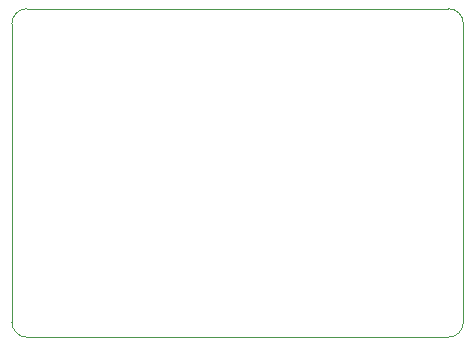
<source format=gbr>
G04 #@! TF.GenerationSoftware,KiCad,Pcbnew,5.0.2-bee76a0~70~ubuntu18.04.1*
G04 #@! TF.CreationDate,2019-12-10T21:20:44+01:00*
G04 #@! TF.ProjectId,RGB_strip,5247425f-7374-4726-9970-2e6b69636164,rev?*
G04 #@! TF.SameCoordinates,Original*
G04 #@! TF.FileFunction,Profile,NP*
%FSLAX46Y46*%
G04 Gerber Fmt 4.6, Leading zero omitted, Abs format (unit mm)*
G04 Created by KiCad (PCBNEW 5.0.2-bee76a0~70~ubuntu18.04.1) date mar 10 dic 2019 21:20:44 CET*
%MOMM*%
%LPD*%
G01*
G04 APERTURE LIST*
%ADD10C,0.100000*%
G04 APERTURE END LIST*
D10*
X139573000Y-84201000D02*
G75*
G02X140843000Y-85471000I0J-1270000D01*
G01*
X140843000Y-110744000D02*
G75*
G02X139573000Y-112014000I-1270000J0D01*
G01*
X103886000Y-112014000D02*
G75*
G02X102616000Y-110744000I0J1270000D01*
G01*
X102616000Y-85471000D02*
G75*
G02X103886000Y-84201000I1270000J0D01*
G01*
X102616000Y-110744000D02*
X102616000Y-85471000D01*
X139573000Y-112014000D02*
X103886000Y-112014000D01*
X140843000Y-85471000D02*
X140843000Y-110744000D01*
X103886000Y-84201000D02*
X139573000Y-84201000D01*
M02*

</source>
